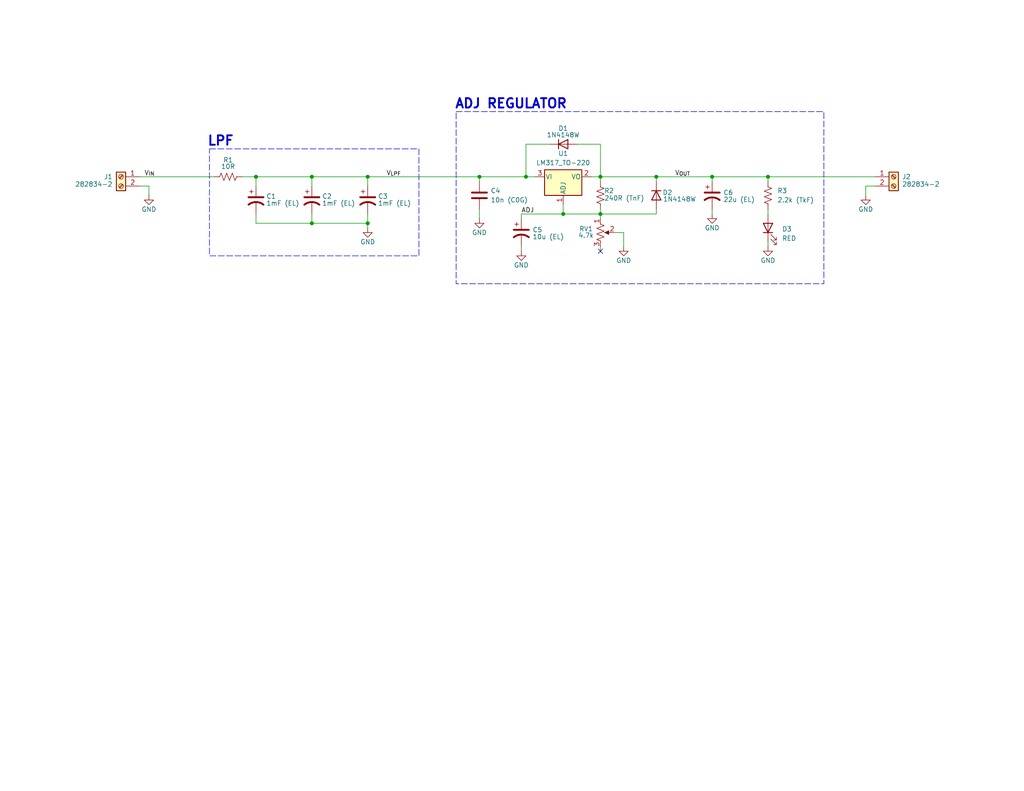
<source format=kicad_sch>
(kicad_sch (version 20231120) (generator "eeschema") (generator_version "8.0")
  (paper "A")
  (title_block (title "PWR FILTER") (date "2024-08-28") (rev "V1.0") (company "Seth Sievers"))
  (lib_symbols
    (symbol "Connector:Screw_Terminal_01x02" (pin_names (offset 1.016) hide)
      (property "Reference" "J" (at 0 2.54 0))
      (property "Value" "Screw_Terminal_01x02" (at 0 -5.08 0))
      (symbol "Screw_Terminal_01x02_1_1"
        (rectangle (start -1.27 1.27) (end 1.27 -3.81) (stroke (width 0.254)) (fill (type background)))
        (circle (center 0 -2.54) (radius 0.635) (stroke (width 0.1524)))
        (polyline (pts (xy -0.5334 -2.2098) (xy 0.3302 -3.048)) (stroke (width 0.1524)))
        (polyline (pts (xy -0.5334 0.3302) (xy 0.3302 -0.508)) (stroke (width 0.1524)))
        (polyline (pts (xy -0.3556 -2.032) (xy 0.508 -2.8702)) (stroke (width 0.1524)))
        (polyline (pts (xy -0.3556 0.508) (xy 0.508 -0.3302)) (stroke (width 0.1524)))
        (circle (center 0 0) (radius 0.635) (stroke (width 0.1524)))
        (pin passive line (at -5.08 0 0) (length 3.81) (name "Pin_1") (number "1"))
        (pin passive line (at -5.08 -2.54 0) (length 3.81) (name "Pin_2") (number "2"))
      )
    )
    (symbol "Device:C" (pin_numbers hide) (pin_names (offset 0.254))
      (property "Reference" "C" (at 0.635 2.54 0))
      (property "Value" "C" (at 0.635 -2.54 0))
      (symbol "C_0_1"
        (polyline (pts (xy -2.032 -0.762) (xy 2.032 -0.762)) (stroke (width 0.508)))
        (polyline (pts (xy -2.032 0.762) (xy 2.032 0.762)) (stroke (width 0.508)))
      )
      (symbol "C_1_1"
        (pin passive line (at 0 3.81 270) (length 2.794) (name "~") (number "1"))
        (pin passive line (at 0 -3.81 90) (length 2.794) (name "~") (number "2"))
      )
    )
    (symbol "Device:C_Polarized_US" (pin_numbers hide) (pin_names (offset 0.254) hide)
      (property "Reference" "C" (at 0.635 2.54 0))
      (property "Value" "C_Polarized_US" (at 0.635 -2.54 0))
      (symbol "C_Polarized_US_0_1"
        (polyline (pts (xy -2.032 0.762) (xy 2.032 0.762)) (stroke (width 0.508)))
        (polyline (pts (xy -1.778 2.286) (xy -0.762 2.286)))
        (polyline (pts (xy -1.27 1.778) (xy -1.27 2.794)))
        (arc (start 2.032 -1.27) (mid 0 -0.5572) (end -2.032 -1.27) (stroke (width 0.508)))
      )
      (symbol "C_Polarized_US_1_1"
        (pin passive line (at 0 3.81 270) (length 2.794) (name "~") (number "1"))
        (pin passive line (at 0 -3.81 90) (length 3.302) (name "~") (number "2"))
      )
    )
    (symbol "Device:LED" (pin_numbers hide) (pin_names (offset 1.016) hide)
      (property "Reference" "D" (at 0 2.54 0))
      (property "Value" "LED" (at 0 -2.54 0))
      (symbol "LED_0_1"
        (polyline (pts (xy -1.27 -1.27) (xy -1.27 1.27)) (stroke (width 0.254)))
        (polyline (pts (xy -1.27 0) (xy 1.27 0)))
        (polyline (pts (xy 1.27 -1.27) (xy 1.27 1.27) (xy -1.27 0) (xy 1.27 -1.27)) (stroke (width 0.254)))
        (polyline (pts (xy -3.048 -0.762) (xy -4.572 -2.286) (xy -3.81 -2.286) (xy -4.572 -2.286) (xy -4.572 -1.524)))
        (polyline (pts (xy -1.778 -0.762) (xy -3.302 -2.286) (xy -2.54 -2.286) (xy -3.302 -2.286) (xy -3.302 -1.524)))
      )
      (symbol "LED_1_1"
        (pin passive line (at -3.81 0 0) (length 2.54) (name "K") (number "1"))
        (pin passive line (at 3.81 0 180) (length 2.54) (name "A") (number "2"))
      )
    )
    (symbol "Device:R_Potentiometer_US" (pin_names (offset 1.016) hide)
      (property "Reference" "RV" (at -4.445 0 90))
      (property "Value" "R_Potentiometer_US" (at -2.54 0 90))
      (symbol "R_Potentiometer_US_0_1"
        (polyline (pts (xy 0 -2.286) (xy 0 -2.54)))
        (polyline (pts (xy 0 2.54) (xy 0 2.286)))
        (polyline (pts (xy 2.54 0) (xy 1.524 0)))
        (polyline (pts (xy 1.143 0) (xy 2.286 0.508) (xy 2.286 -0.508) (xy 1.143 0)) (fill (type outline)))
        (polyline (pts (xy 0 -0.762) (xy 1.016 -1.143) (xy 0 -1.524) (xy -1.016 -1.905) (xy 0 -2.286)))
        (polyline (pts (xy 0 0.762) (xy 1.016 0.381) (xy 0 0) (xy -1.016 -0.381) (xy 0 -0.762)))
        (polyline (pts (xy 0 2.286) (xy 1.016 1.905) (xy 0 1.524) (xy -1.016 1.143) (xy 0 0.762)))
      )
      (symbol "R_Potentiometer_US_1_1"
        (pin passive line (at 0 3.81 270) (length 1.27) (name "1") (number "1"))
        (pin passive line (at 3.81 0 180) (length 1.27) (name "2") (number "2"))
        (pin passive line (at 0 -3.81 90) (length 1.27) (name "3") (number "3"))
      )
    )
    (symbol "Device:R_US" (pin_numbers hide) (pin_names (offset 0))
      (property "Reference" "R" (at 2.54 0 90))
      (property "Value" "R_US" (at -2.54 0 90))
      (symbol "R_US_0_1"
        (polyline (pts (xy 0 -2.286) (xy 0 -2.54)))
        (polyline (pts (xy 0 2.286) (xy 0 2.54)))
        (polyline (pts (xy 0 -0.762) (xy 1.016 -1.143) (xy 0 -1.524) (xy -1.016 -1.905) (xy 0 -2.286)))
        (polyline (pts (xy 0 0.762) (xy 1.016 0.381) (xy 0 0) (xy -1.016 -0.381) (xy 0 -0.762)))
        (polyline (pts (xy 0 2.286) (xy 1.016 1.905) (xy 0 1.524) (xy -1.016 1.143) (xy 0 0.762)))
      )
      (symbol "R_US_1_1"
        (pin passive line (at 0 3.81 270) (length 1.27) (name "~") (number "1"))
        (pin passive line (at 0 -3.81 90) (length 1.27) (name "~") (number "2"))
      )
    )
    (symbol "Diode:1N4148W" (pin_numbers hide) (pin_names hide)
      (property "Reference" "D" (at 0 2.54 0))
      (property "Value" "1N4148W" (at 0 -2.54 0))
      (symbol "1N4148W_0_1"
        (polyline (pts (xy -1.27 1.27) (xy -1.27 -1.27)) (stroke (width 0.254)))
        (polyline (pts (xy 1.27 0) (xy -1.27 0)))
        (polyline (pts (xy 1.27 1.27) (xy 1.27 -1.27) (xy -1.27 0) (xy 1.27 1.27)) (stroke (width 0.254)))
      )
      (symbol "1N4148W_1_1"
        (pin passive line (at -3.81 0 0) (length 2.54) (name "K") (number "1"))
        (pin passive line (at 3.81 0 180) (length 2.54) (name "A") (number "2"))
      )
    )
    (symbol "Regulator_Linear:LM317_TO-220" (pin_names (offset 0.254))
      (property "Reference" "U" (at -3.81 3.175 0))
      (property "Value" "LM317_TO-220" (at 0 3.175 0))
      (symbol "LM317_TO-220_0_1"
        (rectangle (start -5.08 1.905) (end 5.08 -5.08) (stroke (width 0.254)) (fill (type background)))
      )
      (symbol "LM317_TO-220_1_1"
        (pin input line (at 0 -7.62 90) (length 2.54) (name "ADJ") (number "1"))
        (pin power_out line (at 7.62 0 180) (length 2.54) (name "VO") (number "2"))
        (pin power_in line (at -7.62 0 0) (length 2.54) (name "VI") (number "3"))
      )
    )
    (symbol "power:GND" (power) (pin_numbers hide) (pin_names (offset 0) hide)
      (property "Value" "GND" (at 0 -3.81 0))
      (symbol "GND_0_1"
        (polyline (pts (xy 0 0) (xy 0 -1.27) (xy 1.27 -1.27) (xy 0 -2.54) (xy -1.27 -1.27) (xy 0 -1.27)))
      )
      (symbol "GND_1_1"
        (pin power_in line (at 0 0 270) (length 0) (name "~") (number "1"))
      )
    )
  )
  (junction (at 194.31 48.26))
  (junction (at 69.85 48.26))
  (junction (at 85.09 48.26))
  (junction (at 179.07 48.26))
  (junction (at 153.67 58.42))
  (junction (at 143.51 48.26))
  (junction (at 100.33 60.96))
  (junction (at 130.81 48.26))
  (junction (at 163.83 48.26))
  (junction (at 163.83 58.42))
  (junction (at 209.55 48.26))
  (junction (at 100.33 48.26))
  (junction (at 85.09 60.96))
  (no_connect (at 163.83 68.58))
  (wire (pts (xy 163.83 48.26) (xy 163.83 49.53)))
  (wire (pts (xy 209.55 66.04) (xy 209.55 67.31)))
  (wire (pts (xy 66.04 48.26) (xy 69.85 48.26)))
  (wire (pts (xy 179.07 58.42) (xy 163.83 58.42)))
  (wire (pts (xy 143.51 39.37) (xy 143.51 48.26)))
  (wire (pts (xy 153.67 58.42) (xy 153.67 55.88)))
  (wire (pts (xy 100.33 60.96) (xy 100.33 62.23)))
  (wire (pts (xy 69.85 60.96) (xy 85.09 60.96)))
  (wire (pts (xy 38.1 48.26) (xy 58.42 48.26)))
  (wire (pts (xy 236.22 50.8) (xy 238.76 50.8)))
  (wire (pts (xy 194.31 48.26) (xy 209.55 48.26)))
  (wire (pts (xy 167.64 63.5) (xy 170.18 63.5)))
  (wire (pts (xy 130.81 48.26) (xy 130.81 49.53)))
  (wire (pts (xy 142.24 58.42) (xy 153.67 58.42)))
  (wire (pts (xy 142.24 67.31) (xy 142.24 68.58)))
  (wire (pts (xy 194.31 48.26) (xy 179.07 48.26)))
  (wire (pts (xy 85.09 48.26) (xy 85.09 50.8)))
  (wire (pts (xy 40.64 50.8) (xy 40.64 53.34)))
  (wire (pts (xy 38.1 50.8) (xy 40.64 50.8)))
  (wire (pts (xy 194.31 49.53) (xy 194.31 48.26)))
  (wire (pts (xy 163.83 48.26) (xy 179.07 48.26)))
  (wire (pts (xy 163.83 57.15) (xy 163.83 58.42)))
  (wire (pts (xy 157.48 39.37) (xy 163.83 39.37)))
  (wire (pts (xy 69.85 48.26) (xy 69.85 50.8)))
  (wire (pts (xy 149.86 39.37) (xy 143.51 39.37)))
  (wire (pts (xy 170.18 63.5) (xy 170.18 67.31)))
  (wire (pts (xy 130.81 48.26) (xy 143.51 48.26)))
  (wire (pts (xy 69.85 58.42) (xy 69.85 60.96)))
  (wire (pts (xy 209.55 48.26) (xy 209.55 49.53)))
  (wire (pts (xy 179.07 49.53) (xy 179.07 48.26)))
  (wire (pts (xy 143.51 48.26) (xy 146.05 48.26)))
  (wire (pts (xy 153.67 58.42) (xy 163.83 58.42)))
  (wire (pts (xy 100.33 48.26) (xy 100.33 50.8)))
  (wire (pts (xy 69.85 48.26) (xy 85.09 48.26)))
  (wire (pts (xy 100.33 58.42) (xy 100.33 60.96)))
  (wire (pts (xy 142.24 59.69) (xy 142.24 58.42)))
  (wire (pts (xy 130.81 57.15) (xy 130.81 59.69)))
  (wire (pts (xy 179.07 57.15) (xy 179.07 58.42)))
  (wire (pts (xy 161.29 48.26) (xy 163.83 48.26)))
  (wire (pts (xy 100.33 48.26) (xy 130.81 48.26)))
  (wire (pts (xy 163.83 67.31) (xy 163.83 68.58)))
  (wire (pts (xy 163.83 39.37) (xy 163.83 48.26)))
  (wire (pts (xy 163.83 58.42) (xy 163.83 59.69)))
  (wire (pts (xy 194.31 57.15) (xy 194.31 58.42)))
  (wire (pts (xy 236.22 50.8) (xy 236.22 53.34)))
  (wire (pts (xy 209.55 48.26) (xy 238.76 48.26)))
  (wire (pts (xy 209.55 57.15) (xy 209.55 58.42)))
  (wire (pts (xy 85.09 58.42) (xy 85.09 60.96)))
  (wire (pts (xy 85.09 48.26) (xy 100.33 48.26)))
  (wire (pts (xy 85.09 60.96) (xy 100.33 60.96)))
  (rectangle (start 57.15 40.64) (end 114.3 69.85) (stroke (width 0) (type dash)))
  (rectangle (start 124.46 30.48) (end 224.79 77.47) (stroke (width 0) (type dash)))
  (text "ADJ REGULATOR" (at 139.446 28.448 0) (effects (font (size 2.56 2.56) (thickness 0.512) (bold yes))))
  (text "LPF" (at 60.198 38.608 0) (effects (font (size 2.56 2.56) (thickness 0.512) (bold yes))))
  (label "V_{IN}" (at 39.37 48.26 0))
  (label "V_{OUT}" (at 184.15 48.26 0))
  (label "ADJ" (at 142.24 58.42 0))
  (label "V_{LPF}" (at 105.41 48.26 0))
  (symbol (lib_id "Device:C_Polarized_US") (at 100.33 54.61 0) (unit 1)
    (property "Reference" "C3" (at 103.124 53.594 0) (effects (justify left)))
    (property "Value" "1mF (EL)" (at 103.124 55.4989 0) (effects (justify left)))
    (property "Footprint" "Capacitor_THT:CP_Radial_D12.5mm_P5.00mm" (effects (hide yes)))
    (property "Datasheet" "https://www.nichicon.co.jp/english/series_items/catalog_pdf/e-uvk.pdf" (effects (hide yes)))
    (property "Description" "1000 µF 50 V Aluminum Electrolytic Capacitors Radial, Can 2000 Hrs @ 85°C" (effects (hide yes)))
    (property "Digikey" "https://www.digikey.com/en/products/detail/nichicon/UVK1H102MHD1TO/4328772" (effects (hide yes)))
  )
  (symbol (lib_id "Device:C_Polarized_US") (at 142.24 63.5 0) (unit 1)
    (property "Reference" "C5" (at 145.288 62.738 0) (effects (justify left)))
    (property "Value" "10u (EL)" (at 145.288 64.6429 0) (effects (justify left)))
    (property "Footprint" "Capacitor_THT:CP_Radial_D5.0mm_P2.00mm" (effects (hide yes)))
    (property "Datasheet" "https://www.nichicon.co.jp/english/series_items/catalog_pdf/e-uvr.pdf" (effects (hide yes)))
    (property "Description" "10 µF 50 V Aluminum Electrolytic Capacitors Radial, Can 2000 Hrs @ 85°C" (effects (hide yes)))
    (property "Digikey" "https://www.digikey.com/en/products/detail/nichicon/UVR1H100MDD/588844" (effects (hide yes)))
  )
  (symbol (lib_id "Device:R_US") (at 163.83 53.34 180) (unit 1)
    (property "Reference" "R2" (at 164.846 52.07 0) (effects (justify right)))
    (property "Value" "240R (TnF)" (at 164.846 54.102 0) (effects (justify right)))
    (property "Footprint" "Capacitor_SMD:C_0603_1608Metric" (effects (hide yes)))
    (property "Datasheet" "https://www.vishay.com/docs/28758/tnpw_e3.pdf" (effects (hide yes)))
    (property "Description" "240 Ohms ±0.1% 0.21W Chip Resistor 0603 (1608 Metric) Anti-Sulfur, Automotive AEC-Q200, Moisture Resistant Thin Film" (effects (hide yes)))
    (property "Digikey" "https://www.digikey.com/en/products/detail/vishay-dale/TNPW0603240RBEEA/1606694" (effects (hide yes)))
  )
  (symbol (lib_id "Diode:1N4148W") (at 153.67 39.37 0) (unit 1)
    (property "Reference" "D1" (at 153.67 35.052 0))
    (property "Value" "1N4148W" (at 153.67 36.83 0))
    (property "Footprint" "Diode_SMD:D_SOD-323" (effects (hide yes)))
    (property "Datasheet" "https://www.mccsemi.com/pdf/Products/1N4148WX(SOD-323).pdf" (effects (hide yes)))
    (property "Description" "Diode 75 V 150mA Surface Mount SOD-323" (effects (hide yes)))
    (property "Sim.Device" "D" (effects (hide yes)))
    (property "Sim.Pins" "1=K 2=A" (effects (hide yes)))
    (property "Digikey" "https://www.digikey.com/en/products/detail/micro-commercial-co/1N4148WX-TP/717197" (effects (hide yes)))
  )
  (symbol (lib_id "power:GND") (at 130.81 59.69 0) (unit 1)
    (property "Reference" "#PWR03" (effects (hide yes)))
    (property "Value" "GND" (at 130.81 63.5 0))
    (property "Description" "Power symbol creates a global label with name \"GND\" , ground" (effects (hide yes)))
  )
  (symbol (lib_id "power:GND") (at 170.18 67.31 0) (unit 1)
    (property "Reference" "#PWR05" (effects (hide yes)))
    (property "Value" "GND" (at 170.18 71.12 0))
    (property "Description" "Power symbol creates a global label with name \"GND\" , ground" (effects (hide yes)))
  )
  (symbol (lib_id "power:GND") (at 100.33 62.23 0) (unit 1)
    (property "Reference" "#PWR02" (effects (hide yes)))
    (property "Value" "GND" (at 100.33 66.04 0))
    (property "Description" "Power symbol creates a global label with name \"GND\" , ground" (effects (hide yes)))
  )
  (symbol (lib_id "Device:LED") (at 209.55 62.23 90) (unit 1)
    (property "Reference" "D3" (at 213.36 62.5474 90) (effects (justify right)))
    (property "Value" "RED" (at 213.36 65.0874 90) (effects (justify right)))
    (property "Footprint" "LED_THT:LED_D5.0mm" (effects (hide yes)))
    (property "Description" "Light emitting diode" (effects (hide yes)))
  )
  (symbol (lib_id "power:GND") (at 236.22 53.34 0) (unit 1)
    (property "Reference" "#PWR08" (effects (hide yes)))
    (property "Value" "GND" (at 236.22 57.15 0))
    (property "Description" "Power symbol creates a global label with name \"GND\" , ground" (effects (hide yes)))
  )
  (symbol (lib_id "Diode:1N4148W") (at 179.07 53.34 270) (unit 1)
    (property "Reference" "D2" (at 182.118 52.578 90))
    (property "Value" "1N4148W" (at 185.42 54.356 90))
    (property "Footprint" "Diode_SMD:D_SOD-323" (effects (hide yes)))
    (property "Datasheet" "https://www.mccsemi.com/pdf/Products/1N4148WX(SOD-323).pdf" (effects (hide yes)))
    (property "Description" "Diode 75 V 150mA Surface Mount SOD-323" (effects (hide yes)))
    (property "Sim.Device" "D" (effects (hide yes)))
    (property "Sim.Pins" "1=K 2=A" (effects (hide yes)))
    (property "Digikey" "https://www.digikey.com/en/products/detail/micro-commercial-co/1N4148WX-TP/717197" (effects (hide yes)))
  )
  (symbol (lib_id "power:GND") (at 142.24 68.58 0) (unit 1)
    (property "Reference" "#PWR04" (effects (hide yes)))
    (property "Value" "GND" (at 142.24 72.39 0))
    (property "Description" "Power symbol creates a global label with name \"GND\" , ground" (effects (hide yes)))
  )
  (symbol (lib_id "Device:C_Polarized_US") (at 69.85 54.61 0) (unit 1)
    (property "Reference" "C1" (at 72.644 53.594 0) (effects (justify left)))
    (property "Value" "1mF (EL)" (at 72.644 55.4989 0) (effects (justify left)))
    (property "Footprint" "Capacitor_THT:CP_Radial_D12.5mm_P5.00mm" (effects (hide yes)))
    (property "Datasheet" "https://www.nichicon.co.jp/english/series_items/catalog_pdf/e-uvk.pdf" (effects (hide yes)))
    (property "Description" "1000 µF 50 V Aluminum Electrolytic Capacitors Radial, Can 2000 Hrs @ 85°C" (effects (hide yes)))
    (property "Digikey" "https://www.digikey.com/en/products/detail/nichicon/UVK1H102MHD1TO/4328772" (effects (hide yes)))
  )
  (symbol (lib_id "Connector:Screw_Terminal_01x02") (at 33.02 48.26 0) (mirror y) (unit 1)
    (property "Reference" "J1" (at 30.734 48.26 0) (effects (justify left)))
    (property "Value" "282834-2" (at 30.734 50.2919 0) (effects (justify left)))
    (property "Footprint" "TerminalBlock_TE-Connectivity:TerminalBlock_TE_282834-2_1x02_P2.54mm_Horizontal" (effects (hide yes)))
    (property "Datasheet" "https://www.te.com/usa-en/product-282834-2.datasheet.pdf" (effects (hide yes)))
    (property "Description" "2 Position Wire to Board Terminal Block Horizontal with Board 0.100\" (2.54mm) Through Hole" (effects (hide yes)))
    (property "Digikey" "https://www.digikey.com/en/products/detail/te-connectivity-amp-connectors/282834-2/1150135" (effects (hide yes)))
  )
  (symbol (lib_id "Device:R_US") (at 62.23 48.26 90) (unit 1)
    (property "Reference" "R1" (at 62.23 43.688 90))
    (property "Value" "10R" (at 62.23 45.466 90))
    (property "Footprint" "Resistor_THT:R_Axial_DIN0617_L17.0mm_D6.0mm_P30.48mm_Horizontal" (effects (hide yes)))
    (property "Datasheet" "https://www.vishay.com/docs/28731/pacserie.pdf" (effects (hide yes)))
    (property "Description" "10 Ohms ±1% 3W Through Hole Resistor Axial Flame Retardant Coating, Pulse Withstanding, Safety Wirewound" (effects (hide yes)))
    (property "Digikey" "https://www.digikey.com/en/products/detail/vishay-beyschlag-draloric-bc-components/PAC300001009FAC000/595122" (effects (hide yes)))
  )
  (symbol (lib_id "power:GND") (at 40.64 53.34 0) (unit 1)
    (property "Reference" "#PWR01" (effects (hide yes)))
    (property "Value" "GND" (at 40.64 57.15 0))
    (property "Description" "Power symbol creates a global label with name \"GND\" , ground" (effects (hide yes)))
  )
  (symbol (lib_id "Regulator_Linear:LM317_TO-220") (at 153.67 48.26 0) (unit 1)
    (property "Reference" "U1" (at 153.67 41.91 0))
    (property "Value" "LM317_TO-220" (at 153.67 44.45 0))
    (property "Footprint" "Package_TO_SOT_THT:TO-220-3_Horizontal_TabDown" (effects (hide yes)))
    (property "Datasheet" "https://www.st.com/content/ccc/resource/technical/document/datasheet/group1/a0/db/e6/9b/6f/9c/45/7b/CD00000455/files/CD00000455.pdf/jcr:content/translations/en.CD00000455.pdf" (effects (hide yes)))
    (property "Description" "Linear Voltage Regulator IC Positive Adjustable 1 Output 1.5A TO-220" (effects (hide yes)))
    (property "Digikey" "https://www.digikey.com/en/products/detail/stmicroelectronics/LM317T/591677" (effects (hide yes)))
  )
  (symbol (lib_id "Device:C_Polarized_US") (at 85.09 54.61 0) (unit 1)
    (property "Reference" "C2" (at 87.884 53.594 0) (effects (justify left)))
    (property "Value" "1mF (EL)" (at 87.884 55.4989 0) (effects (justify left)))
    (property "Footprint" "Capacitor_THT:CP_Radial_D12.5mm_P5.00mm" (effects (hide yes)))
    (property "Datasheet" "https://www.nichicon.co.jp/english/series_items/catalog_pdf/e-uvk.pdf" (effects (hide yes)))
    (property "Description" "1000 µF 50 V Aluminum Electrolytic Capacitors Radial, Can 2000 Hrs @ 85°C" (effects (hide yes)))
    (property "Digikey" "https://www.digikey.com/en/products/detail/nichicon/UVK1H102MHD1TO/4328772" (effects (hide yes)))
  )
  (symbol (lib_id "power:GND") (at 209.55 67.31 0) (unit 1)
    (property "Reference" "#PWR07" (effects (hide yes)))
    (property "Value" "GND" (at 209.55 71.12 0))
    (property "Description" "Power symbol creates a global label with name \"GND\" , ground" (effects (hide yes)))
  )
  (symbol (lib_id "Device:C_Polarized_US") (at 194.31 53.34 0) (unit 1)
    (property "Reference" "C6" (at 197.358 52.578 0) (effects (justify left)))
    (property "Value" "22u (EL)" (at 197.358 54.4829 0) (effects (justify left)))
    (property "Footprint" "Capacitor_THT:CP_Radial_D5.0mm_P2.50mm" (effects (hide yes)))
    (property "Datasheet" "https://www.nichicon.co.jp/english/series_items/catalog_pdf/e-uvk.pdf" (effects (hide yes)))
    (property "Description" "22 µF 50 V Aluminum Electrolytic Capacitors Radial, Can 2000 Hrs @ 85°C" (effects (hide yes)))
    (property "Digikey" "https://www.digikey.com/en/products/detail/nichicon/UVK1H220MDD1TD/4328773" (effects (hide yes)))
  )
  (symbol (lib_id "Connector:Screw_Terminal_01x02") (at 243.84 48.26 0) (unit 1)
    (property "Reference" "J2" (at 246.126 48.26 0) (effects (justify left)))
    (property "Value" "282834-2" (at 246.126 50.2919 0) (effects (justify left)))
    (property "Footprint" "TerminalBlock_TE-Connectivity:TerminalBlock_TE_282834-2_1x02_P2.54mm_Horizontal" (effects (hide yes)))
    (property "Datasheet" "https://www.te.com/usa-en/product-282834-2.datasheet.pdf" (effects (hide yes)))
    (property "Description" "2 Position Wire to Board Terminal Block Horizontal with Board 0.100\" (2.54mm) Through Hole" (effects (hide yes)))
    (property "Digikey" "https://www.digikey.com/en/products/detail/te-connectivity-amp-connectors/282834-2/1150135" (effects (hide yes)))
  )
  (symbol (lib_id "Device:C") (at 130.81 53.34 0) (unit 1)
    (property "Reference" "C4" (at 133.858 52.07 0) (effects (justify left)))
    (property "Value" "10n (C0G)" (at 133.858 54.61 0) (effects (justify left)))
    (property "Footprint" "Capacitor_SMD:C_0603_1608Metric" (effects (hide yes)))
    (property "Datasheet" "https://search.murata.co.jp/Ceramy/image/img/A01X/G101/ENG/GRM1885C1H103JA01-01.pdf" (effects (hide yes)))
    (property "Description" "Unpolarized capacitor" (effects (hide yes)))
    (property "Digikey" "https://www.digikey.com/en/products/detail/murata-electronics/GRM1885C1H103JA01D/4421555" (effects (hide yes)))
  )
  (symbol (lib_id "power:GND") (at 194.31 58.42 0) (unit 1)
    (property "Reference" "#PWR06" (effects (hide yes)))
    (property "Value" "GND" (at 194.31 62.23 0))
    (property "Description" "Power symbol creates a global label with name \"GND\" , ground" (effects (hide yes)))
  )
  (symbol (lib_id "Device:R_Potentiometer_US") (at 163.83 63.5 0) (unit 1)
    (property "Reference" "RV1" (at 161.798 62.4839 0) (effects (justify right)))
    (property "Value" "4.7k" (at 162.052 64.262 0) (effects (justify right)))
    (property "Footprint" "Potentiometer_THT:Potentiometer_Bourns_3386P_Vertical" (effects (hide yes)))
    (property "Datasheet" "https://www.bourns.com/docs/Product-Datasheets/3386.pdf" (effects (hide yes)))
    (property "Description" "4.7 kOhms 0.5W, 1/2W PC Pins Through Hole Trimmer Potentiometer Cermet 1.0 Turn Top Adjustment" (effects (hide yes)))
    (property "Digikey" "https://www.digikey.com/en/products/detail/bourns-inc/3386P-1-472LF/2537240" (effects (hide yes)))
  )
  (symbol (lib_id "Device:R_US") (at 209.55 53.34 0) (unit 1)
    (property "Reference" "R3" (at 212.09 52.0699 0) (effects (justify left)))
    (property "Value" "2.2k (TkF)" (at 212.09 54.6099 0) (effects (justify left)))
    (property "Footprint" "Resistor_SMD:R_1210_3225Metric" (effects (hide yes)))
    (property "Datasheet" "https://www.vishay.com/docs/20035/dcrcwe3.pdf" (effects (hide yes)))
    (property "Description" "2.2 kOhms ±5% 0.5W, 1/2W Chip Resistor 1210 (3225 Metric) Automotive AEC-Q200 Thick Film" (effects (hide yes)))
    (property "Digikey" "https://www.digikey.com/en/products/detail/vishay-dale/CRCW12102K20JNEA/1177182" (effects (hide yes)))
  )
)
</source>
